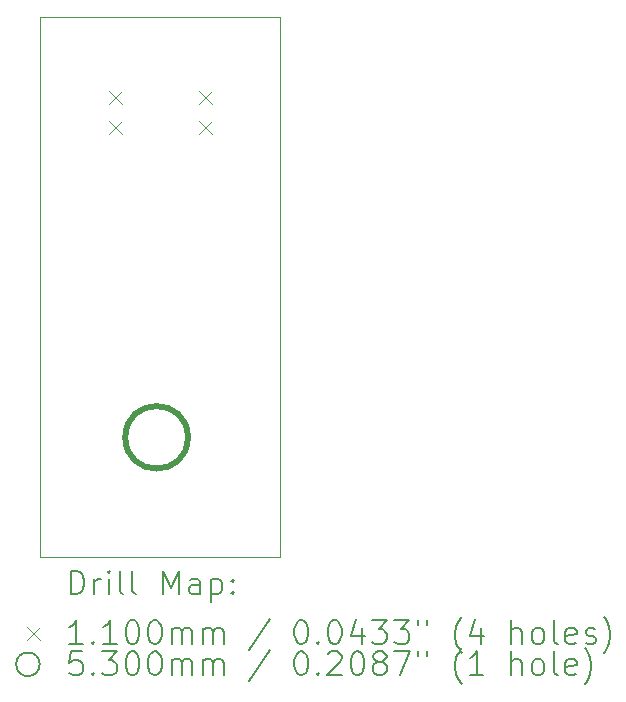
<source format=gbr>
%TF.GenerationSoftware,KiCad,Pcbnew,7.0.5*%
%TF.CreationDate,2024-06-27T07:22:42-04:00*%
%TF.ProjectId,ScrewSwitch,53637265-7753-4776-9974-63682e6b6963,rev?*%
%TF.SameCoordinates,Original*%
%TF.FileFunction,Drillmap*%
%TF.FilePolarity,Positive*%
%FSLAX45Y45*%
G04 Gerber Fmt 4.5, Leading zero omitted, Abs format (unit mm)*
G04 Created by KiCad (PCBNEW 7.0.5) date 2024-06-27 07:22:42*
%MOMM*%
%LPD*%
G01*
G04 APERTURE LIST*
%ADD10C,0.100000*%
%ADD11C,0.200000*%
%ADD12C,0.110000*%
%ADD13C,0.530000*%
G04 APERTURE END LIST*
D10*
X12985596Y-8124507D02*
X15017596Y-8124507D01*
X15017596Y-12696507D01*
X12985596Y-12696507D01*
X12985596Y-8124507D01*
D11*
D12*
X13563750Y-8750572D02*
X13673750Y-8860572D01*
X13673750Y-8750572D02*
X13563750Y-8860572D01*
X13563750Y-9004572D02*
X13673750Y-9114572D01*
X13673750Y-9004572D02*
X13563750Y-9114572D01*
X14325750Y-8750572D02*
X14435750Y-8860572D01*
X14435750Y-8750572D02*
X14325750Y-8860572D01*
X14325750Y-9004572D02*
X14435750Y-9114572D01*
X14435750Y-9004572D02*
X14325750Y-9114572D01*
D13*
X14235000Y-11684000D02*
G75*
G03*
X14235000Y-11684000I-265000J0D01*
G01*
D11*
X13241373Y-13012991D02*
X13241373Y-12812991D01*
X13241373Y-12812991D02*
X13288992Y-12812991D01*
X13288992Y-12812991D02*
X13317563Y-12822515D01*
X13317563Y-12822515D02*
X13336611Y-12841563D01*
X13336611Y-12841563D02*
X13346135Y-12860610D01*
X13346135Y-12860610D02*
X13355659Y-12898705D01*
X13355659Y-12898705D02*
X13355659Y-12927277D01*
X13355659Y-12927277D02*
X13346135Y-12965372D01*
X13346135Y-12965372D02*
X13336611Y-12984420D01*
X13336611Y-12984420D02*
X13317563Y-13003467D01*
X13317563Y-13003467D02*
X13288992Y-13012991D01*
X13288992Y-13012991D02*
X13241373Y-13012991D01*
X13441373Y-13012991D02*
X13441373Y-12879658D01*
X13441373Y-12917753D02*
X13450897Y-12898705D01*
X13450897Y-12898705D02*
X13460420Y-12889182D01*
X13460420Y-12889182D02*
X13479468Y-12879658D01*
X13479468Y-12879658D02*
X13498516Y-12879658D01*
X13565182Y-13012991D02*
X13565182Y-12879658D01*
X13565182Y-12812991D02*
X13555659Y-12822515D01*
X13555659Y-12822515D02*
X13565182Y-12832039D01*
X13565182Y-12832039D02*
X13574706Y-12822515D01*
X13574706Y-12822515D02*
X13565182Y-12812991D01*
X13565182Y-12812991D02*
X13565182Y-12832039D01*
X13688992Y-13012991D02*
X13669944Y-13003467D01*
X13669944Y-13003467D02*
X13660420Y-12984420D01*
X13660420Y-12984420D02*
X13660420Y-12812991D01*
X13793754Y-13012991D02*
X13774706Y-13003467D01*
X13774706Y-13003467D02*
X13765182Y-12984420D01*
X13765182Y-12984420D02*
X13765182Y-12812991D01*
X14022325Y-13012991D02*
X14022325Y-12812991D01*
X14022325Y-12812991D02*
X14088992Y-12955848D01*
X14088992Y-12955848D02*
X14155659Y-12812991D01*
X14155659Y-12812991D02*
X14155659Y-13012991D01*
X14336611Y-13012991D02*
X14336611Y-12908229D01*
X14336611Y-12908229D02*
X14327087Y-12889182D01*
X14327087Y-12889182D02*
X14308040Y-12879658D01*
X14308040Y-12879658D02*
X14269944Y-12879658D01*
X14269944Y-12879658D02*
X14250897Y-12889182D01*
X14336611Y-13003467D02*
X14317563Y-13012991D01*
X14317563Y-13012991D02*
X14269944Y-13012991D01*
X14269944Y-13012991D02*
X14250897Y-13003467D01*
X14250897Y-13003467D02*
X14241373Y-12984420D01*
X14241373Y-12984420D02*
X14241373Y-12965372D01*
X14241373Y-12965372D02*
X14250897Y-12946325D01*
X14250897Y-12946325D02*
X14269944Y-12936801D01*
X14269944Y-12936801D02*
X14317563Y-12936801D01*
X14317563Y-12936801D02*
X14336611Y-12927277D01*
X14431849Y-12879658D02*
X14431849Y-13079658D01*
X14431849Y-12889182D02*
X14450897Y-12879658D01*
X14450897Y-12879658D02*
X14488992Y-12879658D01*
X14488992Y-12879658D02*
X14508040Y-12889182D01*
X14508040Y-12889182D02*
X14517563Y-12898705D01*
X14517563Y-12898705D02*
X14527087Y-12917753D01*
X14527087Y-12917753D02*
X14527087Y-12974896D01*
X14527087Y-12974896D02*
X14517563Y-12993944D01*
X14517563Y-12993944D02*
X14508040Y-13003467D01*
X14508040Y-13003467D02*
X14488992Y-13012991D01*
X14488992Y-13012991D02*
X14450897Y-13012991D01*
X14450897Y-13012991D02*
X14431849Y-13003467D01*
X14612801Y-12993944D02*
X14622325Y-13003467D01*
X14622325Y-13003467D02*
X14612801Y-13012991D01*
X14612801Y-13012991D02*
X14603278Y-13003467D01*
X14603278Y-13003467D02*
X14612801Y-12993944D01*
X14612801Y-12993944D02*
X14612801Y-13012991D01*
X14612801Y-12889182D02*
X14622325Y-12898705D01*
X14622325Y-12898705D02*
X14612801Y-12908229D01*
X14612801Y-12908229D02*
X14603278Y-12898705D01*
X14603278Y-12898705D02*
X14612801Y-12889182D01*
X14612801Y-12889182D02*
X14612801Y-12908229D01*
D12*
X12870596Y-13286507D02*
X12980596Y-13396507D01*
X12980596Y-13286507D02*
X12870596Y-13396507D01*
D11*
X13346135Y-13432991D02*
X13231849Y-13432991D01*
X13288992Y-13432991D02*
X13288992Y-13232991D01*
X13288992Y-13232991D02*
X13269944Y-13261563D01*
X13269944Y-13261563D02*
X13250897Y-13280610D01*
X13250897Y-13280610D02*
X13231849Y-13290134D01*
X13431849Y-13413944D02*
X13441373Y-13423467D01*
X13441373Y-13423467D02*
X13431849Y-13432991D01*
X13431849Y-13432991D02*
X13422325Y-13423467D01*
X13422325Y-13423467D02*
X13431849Y-13413944D01*
X13431849Y-13413944D02*
X13431849Y-13432991D01*
X13631849Y-13432991D02*
X13517563Y-13432991D01*
X13574706Y-13432991D02*
X13574706Y-13232991D01*
X13574706Y-13232991D02*
X13555659Y-13261563D01*
X13555659Y-13261563D02*
X13536611Y-13280610D01*
X13536611Y-13280610D02*
X13517563Y-13290134D01*
X13755659Y-13232991D02*
X13774706Y-13232991D01*
X13774706Y-13232991D02*
X13793754Y-13242515D01*
X13793754Y-13242515D02*
X13803278Y-13252039D01*
X13803278Y-13252039D02*
X13812801Y-13271086D01*
X13812801Y-13271086D02*
X13822325Y-13309182D01*
X13822325Y-13309182D02*
X13822325Y-13356801D01*
X13822325Y-13356801D02*
X13812801Y-13394896D01*
X13812801Y-13394896D02*
X13803278Y-13413944D01*
X13803278Y-13413944D02*
X13793754Y-13423467D01*
X13793754Y-13423467D02*
X13774706Y-13432991D01*
X13774706Y-13432991D02*
X13755659Y-13432991D01*
X13755659Y-13432991D02*
X13736611Y-13423467D01*
X13736611Y-13423467D02*
X13727087Y-13413944D01*
X13727087Y-13413944D02*
X13717563Y-13394896D01*
X13717563Y-13394896D02*
X13708040Y-13356801D01*
X13708040Y-13356801D02*
X13708040Y-13309182D01*
X13708040Y-13309182D02*
X13717563Y-13271086D01*
X13717563Y-13271086D02*
X13727087Y-13252039D01*
X13727087Y-13252039D02*
X13736611Y-13242515D01*
X13736611Y-13242515D02*
X13755659Y-13232991D01*
X13946135Y-13232991D02*
X13965182Y-13232991D01*
X13965182Y-13232991D02*
X13984230Y-13242515D01*
X13984230Y-13242515D02*
X13993754Y-13252039D01*
X13993754Y-13252039D02*
X14003278Y-13271086D01*
X14003278Y-13271086D02*
X14012801Y-13309182D01*
X14012801Y-13309182D02*
X14012801Y-13356801D01*
X14012801Y-13356801D02*
X14003278Y-13394896D01*
X14003278Y-13394896D02*
X13993754Y-13413944D01*
X13993754Y-13413944D02*
X13984230Y-13423467D01*
X13984230Y-13423467D02*
X13965182Y-13432991D01*
X13965182Y-13432991D02*
X13946135Y-13432991D01*
X13946135Y-13432991D02*
X13927087Y-13423467D01*
X13927087Y-13423467D02*
X13917563Y-13413944D01*
X13917563Y-13413944D02*
X13908040Y-13394896D01*
X13908040Y-13394896D02*
X13898516Y-13356801D01*
X13898516Y-13356801D02*
X13898516Y-13309182D01*
X13898516Y-13309182D02*
X13908040Y-13271086D01*
X13908040Y-13271086D02*
X13917563Y-13252039D01*
X13917563Y-13252039D02*
X13927087Y-13242515D01*
X13927087Y-13242515D02*
X13946135Y-13232991D01*
X14098516Y-13432991D02*
X14098516Y-13299658D01*
X14098516Y-13318705D02*
X14108040Y-13309182D01*
X14108040Y-13309182D02*
X14127087Y-13299658D01*
X14127087Y-13299658D02*
X14155659Y-13299658D01*
X14155659Y-13299658D02*
X14174706Y-13309182D01*
X14174706Y-13309182D02*
X14184230Y-13328229D01*
X14184230Y-13328229D02*
X14184230Y-13432991D01*
X14184230Y-13328229D02*
X14193754Y-13309182D01*
X14193754Y-13309182D02*
X14212801Y-13299658D01*
X14212801Y-13299658D02*
X14241373Y-13299658D01*
X14241373Y-13299658D02*
X14260421Y-13309182D01*
X14260421Y-13309182D02*
X14269944Y-13328229D01*
X14269944Y-13328229D02*
X14269944Y-13432991D01*
X14365182Y-13432991D02*
X14365182Y-13299658D01*
X14365182Y-13318705D02*
X14374706Y-13309182D01*
X14374706Y-13309182D02*
X14393754Y-13299658D01*
X14393754Y-13299658D02*
X14422325Y-13299658D01*
X14422325Y-13299658D02*
X14441373Y-13309182D01*
X14441373Y-13309182D02*
X14450897Y-13328229D01*
X14450897Y-13328229D02*
X14450897Y-13432991D01*
X14450897Y-13328229D02*
X14460421Y-13309182D01*
X14460421Y-13309182D02*
X14479468Y-13299658D01*
X14479468Y-13299658D02*
X14508040Y-13299658D01*
X14508040Y-13299658D02*
X14527087Y-13309182D01*
X14527087Y-13309182D02*
X14536611Y-13328229D01*
X14536611Y-13328229D02*
X14536611Y-13432991D01*
X14927087Y-13223467D02*
X14755659Y-13480610D01*
X15184230Y-13232991D02*
X15203278Y-13232991D01*
X15203278Y-13232991D02*
X15222325Y-13242515D01*
X15222325Y-13242515D02*
X15231849Y-13252039D01*
X15231849Y-13252039D02*
X15241373Y-13271086D01*
X15241373Y-13271086D02*
X15250897Y-13309182D01*
X15250897Y-13309182D02*
X15250897Y-13356801D01*
X15250897Y-13356801D02*
X15241373Y-13394896D01*
X15241373Y-13394896D02*
X15231849Y-13413944D01*
X15231849Y-13413944D02*
X15222325Y-13423467D01*
X15222325Y-13423467D02*
X15203278Y-13432991D01*
X15203278Y-13432991D02*
X15184230Y-13432991D01*
X15184230Y-13432991D02*
X15165183Y-13423467D01*
X15165183Y-13423467D02*
X15155659Y-13413944D01*
X15155659Y-13413944D02*
X15146135Y-13394896D01*
X15146135Y-13394896D02*
X15136611Y-13356801D01*
X15136611Y-13356801D02*
X15136611Y-13309182D01*
X15136611Y-13309182D02*
X15146135Y-13271086D01*
X15146135Y-13271086D02*
X15155659Y-13252039D01*
X15155659Y-13252039D02*
X15165183Y-13242515D01*
X15165183Y-13242515D02*
X15184230Y-13232991D01*
X15336611Y-13413944D02*
X15346135Y-13423467D01*
X15346135Y-13423467D02*
X15336611Y-13432991D01*
X15336611Y-13432991D02*
X15327087Y-13423467D01*
X15327087Y-13423467D02*
X15336611Y-13413944D01*
X15336611Y-13413944D02*
X15336611Y-13432991D01*
X15469944Y-13232991D02*
X15488992Y-13232991D01*
X15488992Y-13232991D02*
X15508040Y-13242515D01*
X15508040Y-13242515D02*
X15517564Y-13252039D01*
X15517564Y-13252039D02*
X15527087Y-13271086D01*
X15527087Y-13271086D02*
X15536611Y-13309182D01*
X15536611Y-13309182D02*
X15536611Y-13356801D01*
X15536611Y-13356801D02*
X15527087Y-13394896D01*
X15527087Y-13394896D02*
X15517564Y-13413944D01*
X15517564Y-13413944D02*
X15508040Y-13423467D01*
X15508040Y-13423467D02*
X15488992Y-13432991D01*
X15488992Y-13432991D02*
X15469944Y-13432991D01*
X15469944Y-13432991D02*
X15450897Y-13423467D01*
X15450897Y-13423467D02*
X15441373Y-13413944D01*
X15441373Y-13413944D02*
X15431849Y-13394896D01*
X15431849Y-13394896D02*
X15422325Y-13356801D01*
X15422325Y-13356801D02*
X15422325Y-13309182D01*
X15422325Y-13309182D02*
X15431849Y-13271086D01*
X15431849Y-13271086D02*
X15441373Y-13252039D01*
X15441373Y-13252039D02*
X15450897Y-13242515D01*
X15450897Y-13242515D02*
X15469944Y-13232991D01*
X15708040Y-13299658D02*
X15708040Y-13432991D01*
X15660421Y-13223467D02*
X15612802Y-13366325D01*
X15612802Y-13366325D02*
X15736611Y-13366325D01*
X15793754Y-13232991D02*
X15917564Y-13232991D01*
X15917564Y-13232991D02*
X15850897Y-13309182D01*
X15850897Y-13309182D02*
X15879468Y-13309182D01*
X15879468Y-13309182D02*
X15898516Y-13318705D01*
X15898516Y-13318705D02*
X15908040Y-13328229D01*
X15908040Y-13328229D02*
X15917564Y-13347277D01*
X15917564Y-13347277D02*
X15917564Y-13394896D01*
X15917564Y-13394896D02*
X15908040Y-13413944D01*
X15908040Y-13413944D02*
X15898516Y-13423467D01*
X15898516Y-13423467D02*
X15879468Y-13432991D01*
X15879468Y-13432991D02*
X15822325Y-13432991D01*
X15822325Y-13432991D02*
X15803278Y-13423467D01*
X15803278Y-13423467D02*
X15793754Y-13413944D01*
X15984230Y-13232991D02*
X16108040Y-13232991D01*
X16108040Y-13232991D02*
X16041373Y-13309182D01*
X16041373Y-13309182D02*
X16069945Y-13309182D01*
X16069945Y-13309182D02*
X16088992Y-13318705D01*
X16088992Y-13318705D02*
X16098516Y-13328229D01*
X16098516Y-13328229D02*
X16108040Y-13347277D01*
X16108040Y-13347277D02*
X16108040Y-13394896D01*
X16108040Y-13394896D02*
X16098516Y-13413944D01*
X16098516Y-13413944D02*
X16088992Y-13423467D01*
X16088992Y-13423467D02*
X16069945Y-13432991D01*
X16069945Y-13432991D02*
X16012802Y-13432991D01*
X16012802Y-13432991D02*
X15993754Y-13423467D01*
X15993754Y-13423467D02*
X15984230Y-13413944D01*
X16184230Y-13232991D02*
X16184230Y-13271086D01*
X16260421Y-13232991D02*
X16260421Y-13271086D01*
X16555659Y-13509182D02*
X16546135Y-13499658D01*
X16546135Y-13499658D02*
X16527087Y-13471086D01*
X16527087Y-13471086D02*
X16517564Y-13452039D01*
X16517564Y-13452039D02*
X16508040Y-13423467D01*
X16508040Y-13423467D02*
X16498516Y-13375848D01*
X16498516Y-13375848D02*
X16498516Y-13337753D01*
X16498516Y-13337753D02*
X16508040Y-13290134D01*
X16508040Y-13290134D02*
X16517564Y-13261563D01*
X16517564Y-13261563D02*
X16527087Y-13242515D01*
X16527087Y-13242515D02*
X16546135Y-13213944D01*
X16546135Y-13213944D02*
X16555659Y-13204420D01*
X16717564Y-13299658D02*
X16717564Y-13432991D01*
X16669945Y-13223467D02*
X16622326Y-13366325D01*
X16622326Y-13366325D02*
X16746135Y-13366325D01*
X16974707Y-13432991D02*
X16974707Y-13232991D01*
X17060421Y-13432991D02*
X17060421Y-13328229D01*
X17060421Y-13328229D02*
X17050897Y-13309182D01*
X17050897Y-13309182D02*
X17031850Y-13299658D01*
X17031850Y-13299658D02*
X17003278Y-13299658D01*
X17003278Y-13299658D02*
X16984230Y-13309182D01*
X16984230Y-13309182D02*
X16974707Y-13318705D01*
X17184230Y-13432991D02*
X17165183Y-13423467D01*
X17165183Y-13423467D02*
X17155659Y-13413944D01*
X17155659Y-13413944D02*
X17146135Y-13394896D01*
X17146135Y-13394896D02*
X17146135Y-13337753D01*
X17146135Y-13337753D02*
X17155659Y-13318705D01*
X17155659Y-13318705D02*
X17165183Y-13309182D01*
X17165183Y-13309182D02*
X17184230Y-13299658D01*
X17184230Y-13299658D02*
X17212802Y-13299658D01*
X17212802Y-13299658D02*
X17231850Y-13309182D01*
X17231850Y-13309182D02*
X17241373Y-13318705D01*
X17241373Y-13318705D02*
X17250897Y-13337753D01*
X17250897Y-13337753D02*
X17250897Y-13394896D01*
X17250897Y-13394896D02*
X17241373Y-13413944D01*
X17241373Y-13413944D02*
X17231850Y-13423467D01*
X17231850Y-13423467D02*
X17212802Y-13432991D01*
X17212802Y-13432991D02*
X17184230Y-13432991D01*
X17365183Y-13432991D02*
X17346135Y-13423467D01*
X17346135Y-13423467D02*
X17336611Y-13404420D01*
X17336611Y-13404420D02*
X17336611Y-13232991D01*
X17517564Y-13423467D02*
X17498516Y-13432991D01*
X17498516Y-13432991D02*
X17460421Y-13432991D01*
X17460421Y-13432991D02*
X17441373Y-13423467D01*
X17441373Y-13423467D02*
X17431850Y-13404420D01*
X17431850Y-13404420D02*
X17431850Y-13328229D01*
X17431850Y-13328229D02*
X17441373Y-13309182D01*
X17441373Y-13309182D02*
X17460421Y-13299658D01*
X17460421Y-13299658D02*
X17498516Y-13299658D01*
X17498516Y-13299658D02*
X17517564Y-13309182D01*
X17517564Y-13309182D02*
X17527088Y-13328229D01*
X17527088Y-13328229D02*
X17527088Y-13347277D01*
X17527088Y-13347277D02*
X17431850Y-13366325D01*
X17603278Y-13423467D02*
X17622326Y-13432991D01*
X17622326Y-13432991D02*
X17660421Y-13432991D01*
X17660421Y-13432991D02*
X17679469Y-13423467D01*
X17679469Y-13423467D02*
X17688992Y-13404420D01*
X17688992Y-13404420D02*
X17688992Y-13394896D01*
X17688992Y-13394896D02*
X17679469Y-13375848D01*
X17679469Y-13375848D02*
X17660421Y-13366325D01*
X17660421Y-13366325D02*
X17631850Y-13366325D01*
X17631850Y-13366325D02*
X17612802Y-13356801D01*
X17612802Y-13356801D02*
X17603278Y-13337753D01*
X17603278Y-13337753D02*
X17603278Y-13328229D01*
X17603278Y-13328229D02*
X17612802Y-13309182D01*
X17612802Y-13309182D02*
X17631850Y-13299658D01*
X17631850Y-13299658D02*
X17660421Y-13299658D01*
X17660421Y-13299658D02*
X17679469Y-13309182D01*
X17755659Y-13509182D02*
X17765183Y-13499658D01*
X17765183Y-13499658D02*
X17784231Y-13471086D01*
X17784231Y-13471086D02*
X17793754Y-13452039D01*
X17793754Y-13452039D02*
X17803278Y-13423467D01*
X17803278Y-13423467D02*
X17812802Y-13375848D01*
X17812802Y-13375848D02*
X17812802Y-13337753D01*
X17812802Y-13337753D02*
X17803278Y-13290134D01*
X17803278Y-13290134D02*
X17793754Y-13261563D01*
X17793754Y-13261563D02*
X17784231Y-13242515D01*
X17784231Y-13242515D02*
X17765183Y-13213944D01*
X17765183Y-13213944D02*
X17755659Y-13204420D01*
X12980596Y-13605507D02*
G75*
G03*
X12980596Y-13605507I-100000J0D01*
G01*
X13336611Y-13496991D02*
X13241373Y-13496991D01*
X13241373Y-13496991D02*
X13231849Y-13592229D01*
X13231849Y-13592229D02*
X13241373Y-13582705D01*
X13241373Y-13582705D02*
X13260420Y-13573182D01*
X13260420Y-13573182D02*
X13308040Y-13573182D01*
X13308040Y-13573182D02*
X13327087Y-13582705D01*
X13327087Y-13582705D02*
X13336611Y-13592229D01*
X13336611Y-13592229D02*
X13346135Y-13611277D01*
X13346135Y-13611277D02*
X13346135Y-13658896D01*
X13346135Y-13658896D02*
X13336611Y-13677944D01*
X13336611Y-13677944D02*
X13327087Y-13687467D01*
X13327087Y-13687467D02*
X13308040Y-13696991D01*
X13308040Y-13696991D02*
X13260420Y-13696991D01*
X13260420Y-13696991D02*
X13241373Y-13687467D01*
X13241373Y-13687467D02*
X13231849Y-13677944D01*
X13431849Y-13677944D02*
X13441373Y-13687467D01*
X13441373Y-13687467D02*
X13431849Y-13696991D01*
X13431849Y-13696991D02*
X13422325Y-13687467D01*
X13422325Y-13687467D02*
X13431849Y-13677944D01*
X13431849Y-13677944D02*
X13431849Y-13696991D01*
X13508040Y-13496991D02*
X13631849Y-13496991D01*
X13631849Y-13496991D02*
X13565182Y-13573182D01*
X13565182Y-13573182D02*
X13593754Y-13573182D01*
X13593754Y-13573182D02*
X13612801Y-13582705D01*
X13612801Y-13582705D02*
X13622325Y-13592229D01*
X13622325Y-13592229D02*
X13631849Y-13611277D01*
X13631849Y-13611277D02*
X13631849Y-13658896D01*
X13631849Y-13658896D02*
X13622325Y-13677944D01*
X13622325Y-13677944D02*
X13612801Y-13687467D01*
X13612801Y-13687467D02*
X13593754Y-13696991D01*
X13593754Y-13696991D02*
X13536611Y-13696991D01*
X13536611Y-13696991D02*
X13517563Y-13687467D01*
X13517563Y-13687467D02*
X13508040Y-13677944D01*
X13755659Y-13496991D02*
X13774706Y-13496991D01*
X13774706Y-13496991D02*
X13793754Y-13506515D01*
X13793754Y-13506515D02*
X13803278Y-13516039D01*
X13803278Y-13516039D02*
X13812801Y-13535086D01*
X13812801Y-13535086D02*
X13822325Y-13573182D01*
X13822325Y-13573182D02*
X13822325Y-13620801D01*
X13822325Y-13620801D02*
X13812801Y-13658896D01*
X13812801Y-13658896D02*
X13803278Y-13677944D01*
X13803278Y-13677944D02*
X13793754Y-13687467D01*
X13793754Y-13687467D02*
X13774706Y-13696991D01*
X13774706Y-13696991D02*
X13755659Y-13696991D01*
X13755659Y-13696991D02*
X13736611Y-13687467D01*
X13736611Y-13687467D02*
X13727087Y-13677944D01*
X13727087Y-13677944D02*
X13717563Y-13658896D01*
X13717563Y-13658896D02*
X13708040Y-13620801D01*
X13708040Y-13620801D02*
X13708040Y-13573182D01*
X13708040Y-13573182D02*
X13717563Y-13535086D01*
X13717563Y-13535086D02*
X13727087Y-13516039D01*
X13727087Y-13516039D02*
X13736611Y-13506515D01*
X13736611Y-13506515D02*
X13755659Y-13496991D01*
X13946135Y-13496991D02*
X13965182Y-13496991D01*
X13965182Y-13496991D02*
X13984230Y-13506515D01*
X13984230Y-13506515D02*
X13993754Y-13516039D01*
X13993754Y-13516039D02*
X14003278Y-13535086D01*
X14003278Y-13535086D02*
X14012801Y-13573182D01*
X14012801Y-13573182D02*
X14012801Y-13620801D01*
X14012801Y-13620801D02*
X14003278Y-13658896D01*
X14003278Y-13658896D02*
X13993754Y-13677944D01*
X13993754Y-13677944D02*
X13984230Y-13687467D01*
X13984230Y-13687467D02*
X13965182Y-13696991D01*
X13965182Y-13696991D02*
X13946135Y-13696991D01*
X13946135Y-13696991D02*
X13927087Y-13687467D01*
X13927087Y-13687467D02*
X13917563Y-13677944D01*
X13917563Y-13677944D02*
X13908040Y-13658896D01*
X13908040Y-13658896D02*
X13898516Y-13620801D01*
X13898516Y-13620801D02*
X13898516Y-13573182D01*
X13898516Y-13573182D02*
X13908040Y-13535086D01*
X13908040Y-13535086D02*
X13917563Y-13516039D01*
X13917563Y-13516039D02*
X13927087Y-13506515D01*
X13927087Y-13506515D02*
X13946135Y-13496991D01*
X14098516Y-13696991D02*
X14098516Y-13563658D01*
X14098516Y-13582705D02*
X14108040Y-13573182D01*
X14108040Y-13573182D02*
X14127087Y-13563658D01*
X14127087Y-13563658D02*
X14155659Y-13563658D01*
X14155659Y-13563658D02*
X14174706Y-13573182D01*
X14174706Y-13573182D02*
X14184230Y-13592229D01*
X14184230Y-13592229D02*
X14184230Y-13696991D01*
X14184230Y-13592229D02*
X14193754Y-13573182D01*
X14193754Y-13573182D02*
X14212801Y-13563658D01*
X14212801Y-13563658D02*
X14241373Y-13563658D01*
X14241373Y-13563658D02*
X14260421Y-13573182D01*
X14260421Y-13573182D02*
X14269944Y-13592229D01*
X14269944Y-13592229D02*
X14269944Y-13696991D01*
X14365182Y-13696991D02*
X14365182Y-13563658D01*
X14365182Y-13582705D02*
X14374706Y-13573182D01*
X14374706Y-13573182D02*
X14393754Y-13563658D01*
X14393754Y-13563658D02*
X14422325Y-13563658D01*
X14422325Y-13563658D02*
X14441373Y-13573182D01*
X14441373Y-13573182D02*
X14450897Y-13592229D01*
X14450897Y-13592229D02*
X14450897Y-13696991D01*
X14450897Y-13592229D02*
X14460421Y-13573182D01*
X14460421Y-13573182D02*
X14479468Y-13563658D01*
X14479468Y-13563658D02*
X14508040Y-13563658D01*
X14508040Y-13563658D02*
X14527087Y-13573182D01*
X14527087Y-13573182D02*
X14536611Y-13592229D01*
X14536611Y-13592229D02*
X14536611Y-13696991D01*
X14927087Y-13487467D02*
X14755659Y-13744610D01*
X15184230Y-13496991D02*
X15203278Y-13496991D01*
X15203278Y-13496991D02*
X15222325Y-13506515D01*
X15222325Y-13506515D02*
X15231849Y-13516039D01*
X15231849Y-13516039D02*
X15241373Y-13535086D01*
X15241373Y-13535086D02*
X15250897Y-13573182D01*
X15250897Y-13573182D02*
X15250897Y-13620801D01*
X15250897Y-13620801D02*
X15241373Y-13658896D01*
X15241373Y-13658896D02*
X15231849Y-13677944D01*
X15231849Y-13677944D02*
X15222325Y-13687467D01*
X15222325Y-13687467D02*
X15203278Y-13696991D01*
X15203278Y-13696991D02*
X15184230Y-13696991D01*
X15184230Y-13696991D02*
X15165183Y-13687467D01*
X15165183Y-13687467D02*
X15155659Y-13677944D01*
X15155659Y-13677944D02*
X15146135Y-13658896D01*
X15146135Y-13658896D02*
X15136611Y-13620801D01*
X15136611Y-13620801D02*
X15136611Y-13573182D01*
X15136611Y-13573182D02*
X15146135Y-13535086D01*
X15146135Y-13535086D02*
X15155659Y-13516039D01*
X15155659Y-13516039D02*
X15165183Y-13506515D01*
X15165183Y-13506515D02*
X15184230Y-13496991D01*
X15336611Y-13677944D02*
X15346135Y-13687467D01*
X15346135Y-13687467D02*
X15336611Y-13696991D01*
X15336611Y-13696991D02*
X15327087Y-13687467D01*
X15327087Y-13687467D02*
X15336611Y-13677944D01*
X15336611Y-13677944D02*
X15336611Y-13696991D01*
X15422325Y-13516039D02*
X15431849Y-13506515D01*
X15431849Y-13506515D02*
X15450897Y-13496991D01*
X15450897Y-13496991D02*
X15498516Y-13496991D01*
X15498516Y-13496991D02*
X15517564Y-13506515D01*
X15517564Y-13506515D02*
X15527087Y-13516039D01*
X15527087Y-13516039D02*
X15536611Y-13535086D01*
X15536611Y-13535086D02*
X15536611Y-13554134D01*
X15536611Y-13554134D02*
X15527087Y-13582705D01*
X15527087Y-13582705D02*
X15412802Y-13696991D01*
X15412802Y-13696991D02*
X15536611Y-13696991D01*
X15660421Y-13496991D02*
X15679468Y-13496991D01*
X15679468Y-13496991D02*
X15698516Y-13506515D01*
X15698516Y-13506515D02*
X15708040Y-13516039D01*
X15708040Y-13516039D02*
X15717564Y-13535086D01*
X15717564Y-13535086D02*
X15727087Y-13573182D01*
X15727087Y-13573182D02*
X15727087Y-13620801D01*
X15727087Y-13620801D02*
X15717564Y-13658896D01*
X15717564Y-13658896D02*
X15708040Y-13677944D01*
X15708040Y-13677944D02*
X15698516Y-13687467D01*
X15698516Y-13687467D02*
X15679468Y-13696991D01*
X15679468Y-13696991D02*
X15660421Y-13696991D01*
X15660421Y-13696991D02*
X15641373Y-13687467D01*
X15641373Y-13687467D02*
X15631849Y-13677944D01*
X15631849Y-13677944D02*
X15622325Y-13658896D01*
X15622325Y-13658896D02*
X15612802Y-13620801D01*
X15612802Y-13620801D02*
X15612802Y-13573182D01*
X15612802Y-13573182D02*
X15622325Y-13535086D01*
X15622325Y-13535086D02*
X15631849Y-13516039D01*
X15631849Y-13516039D02*
X15641373Y-13506515D01*
X15641373Y-13506515D02*
X15660421Y-13496991D01*
X15841373Y-13582705D02*
X15822325Y-13573182D01*
X15822325Y-13573182D02*
X15812802Y-13563658D01*
X15812802Y-13563658D02*
X15803278Y-13544610D01*
X15803278Y-13544610D02*
X15803278Y-13535086D01*
X15803278Y-13535086D02*
X15812802Y-13516039D01*
X15812802Y-13516039D02*
X15822325Y-13506515D01*
X15822325Y-13506515D02*
X15841373Y-13496991D01*
X15841373Y-13496991D02*
X15879468Y-13496991D01*
X15879468Y-13496991D02*
X15898516Y-13506515D01*
X15898516Y-13506515D02*
X15908040Y-13516039D01*
X15908040Y-13516039D02*
X15917564Y-13535086D01*
X15917564Y-13535086D02*
X15917564Y-13544610D01*
X15917564Y-13544610D02*
X15908040Y-13563658D01*
X15908040Y-13563658D02*
X15898516Y-13573182D01*
X15898516Y-13573182D02*
X15879468Y-13582705D01*
X15879468Y-13582705D02*
X15841373Y-13582705D01*
X15841373Y-13582705D02*
X15822325Y-13592229D01*
X15822325Y-13592229D02*
X15812802Y-13601753D01*
X15812802Y-13601753D02*
X15803278Y-13620801D01*
X15803278Y-13620801D02*
X15803278Y-13658896D01*
X15803278Y-13658896D02*
X15812802Y-13677944D01*
X15812802Y-13677944D02*
X15822325Y-13687467D01*
X15822325Y-13687467D02*
X15841373Y-13696991D01*
X15841373Y-13696991D02*
X15879468Y-13696991D01*
X15879468Y-13696991D02*
X15898516Y-13687467D01*
X15898516Y-13687467D02*
X15908040Y-13677944D01*
X15908040Y-13677944D02*
X15917564Y-13658896D01*
X15917564Y-13658896D02*
X15917564Y-13620801D01*
X15917564Y-13620801D02*
X15908040Y-13601753D01*
X15908040Y-13601753D02*
X15898516Y-13592229D01*
X15898516Y-13592229D02*
X15879468Y-13582705D01*
X15984230Y-13496991D02*
X16117564Y-13496991D01*
X16117564Y-13496991D02*
X16031849Y-13696991D01*
X16184230Y-13496991D02*
X16184230Y-13535086D01*
X16260421Y-13496991D02*
X16260421Y-13535086D01*
X16555659Y-13773182D02*
X16546135Y-13763658D01*
X16546135Y-13763658D02*
X16527087Y-13735086D01*
X16527087Y-13735086D02*
X16517564Y-13716039D01*
X16517564Y-13716039D02*
X16508040Y-13687467D01*
X16508040Y-13687467D02*
X16498516Y-13639848D01*
X16498516Y-13639848D02*
X16498516Y-13601753D01*
X16498516Y-13601753D02*
X16508040Y-13554134D01*
X16508040Y-13554134D02*
X16517564Y-13525563D01*
X16517564Y-13525563D02*
X16527087Y-13506515D01*
X16527087Y-13506515D02*
X16546135Y-13477944D01*
X16546135Y-13477944D02*
X16555659Y-13468420D01*
X16736611Y-13696991D02*
X16622326Y-13696991D01*
X16679468Y-13696991D02*
X16679468Y-13496991D01*
X16679468Y-13496991D02*
X16660421Y-13525563D01*
X16660421Y-13525563D02*
X16641373Y-13544610D01*
X16641373Y-13544610D02*
X16622326Y-13554134D01*
X16974707Y-13696991D02*
X16974707Y-13496991D01*
X17060421Y-13696991D02*
X17060421Y-13592229D01*
X17060421Y-13592229D02*
X17050897Y-13573182D01*
X17050897Y-13573182D02*
X17031850Y-13563658D01*
X17031850Y-13563658D02*
X17003278Y-13563658D01*
X17003278Y-13563658D02*
X16984230Y-13573182D01*
X16984230Y-13573182D02*
X16974707Y-13582705D01*
X17184230Y-13696991D02*
X17165183Y-13687467D01*
X17165183Y-13687467D02*
X17155659Y-13677944D01*
X17155659Y-13677944D02*
X17146135Y-13658896D01*
X17146135Y-13658896D02*
X17146135Y-13601753D01*
X17146135Y-13601753D02*
X17155659Y-13582705D01*
X17155659Y-13582705D02*
X17165183Y-13573182D01*
X17165183Y-13573182D02*
X17184230Y-13563658D01*
X17184230Y-13563658D02*
X17212802Y-13563658D01*
X17212802Y-13563658D02*
X17231850Y-13573182D01*
X17231850Y-13573182D02*
X17241373Y-13582705D01*
X17241373Y-13582705D02*
X17250897Y-13601753D01*
X17250897Y-13601753D02*
X17250897Y-13658896D01*
X17250897Y-13658896D02*
X17241373Y-13677944D01*
X17241373Y-13677944D02*
X17231850Y-13687467D01*
X17231850Y-13687467D02*
X17212802Y-13696991D01*
X17212802Y-13696991D02*
X17184230Y-13696991D01*
X17365183Y-13696991D02*
X17346135Y-13687467D01*
X17346135Y-13687467D02*
X17336611Y-13668420D01*
X17336611Y-13668420D02*
X17336611Y-13496991D01*
X17517564Y-13687467D02*
X17498516Y-13696991D01*
X17498516Y-13696991D02*
X17460421Y-13696991D01*
X17460421Y-13696991D02*
X17441373Y-13687467D01*
X17441373Y-13687467D02*
X17431850Y-13668420D01*
X17431850Y-13668420D02*
X17431850Y-13592229D01*
X17431850Y-13592229D02*
X17441373Y-13573182D01*
X17441373Y-13573182D02*
X17460421Y-13563658D01*
X17460421Y-13563658D02*
X17498516Y-13563658D01*
X17498516Y-13563658D02*
X17517564Y-13573182D01*
X17517564Y-13573182D02*
X17527088Y-13592229D01*
X17527088Y-13592229D02*
X17527088Y-13611277D01*
X17527088Y-13611277D02*
X17431850Y-13630325D01*
X17593754Y-13773182D02*
X17603278Y-13763658D01*
X17603278Y-13763658D02*
X17622326Y-13735086D01*
X17622326Y-13735086D02*
X17631850Y-13716039D01*
X17631850Y-13716039D02*
X17641373Y-13687467D01*
X17641373Y-13687467D02*
X17650897Y-13639848D01*
X17650897Y-13639848D02*
X17650897Y-13601753D01*
X17650897Y-13601753D02*
X17641373Y-13554134D01*
X17641373Y-13554134D02*
X17631850Y-13525563D01*
X17631850Y-13525563D02*
X17622326Y-13506515D01*
X17622326Y-13506515D02*
X17603278Y-13477944D01*
X17603278Y-13477944D02*
X17593754Y-13468420D01*
M02*

</source>
